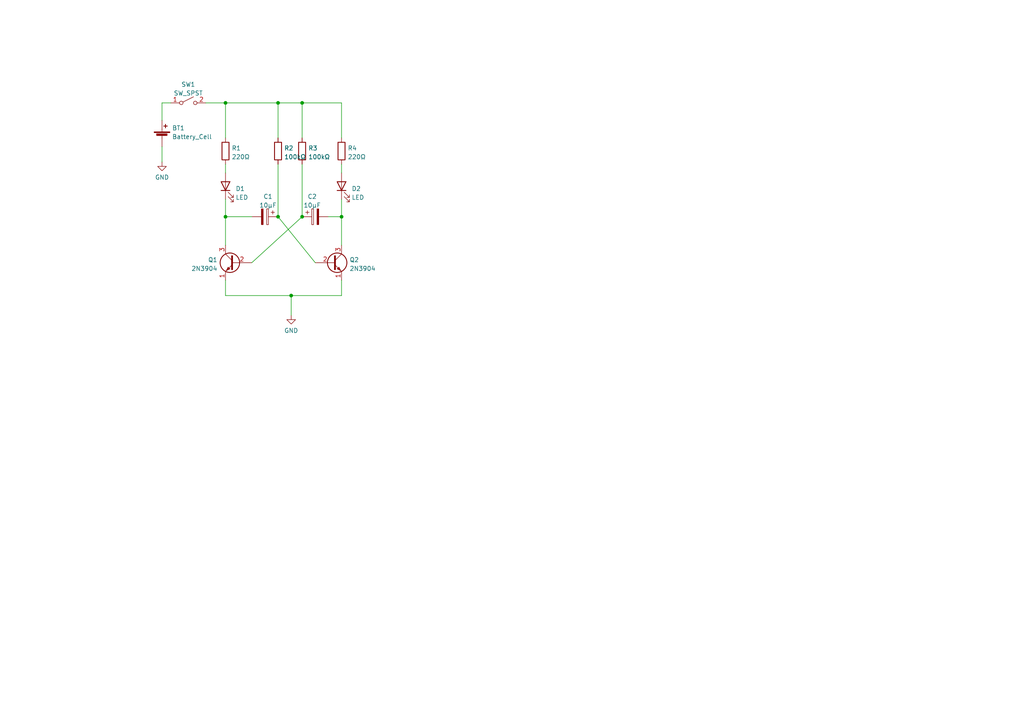
<source format=kicad_sch>
(kicad_sch (version 20211123) (generator eeschema)
  (paper "A4")
  (lib_symbols
    (symbol "Device:Battery_Cell" (pin_numbers hide) (pin_names (offset 0) hide)
      (property "Reference" "BT" (at 2.54 2.54 0))
      (property "Value" "Battery_Cell" (at 2.54 0 0))
      (symbol "Battery_Cell_0_1"
        (rectangle (start -2.286 1.778) (end 2.286 1.524) (fill (type outline)))
        (rectangle (start -1.5748 1.1938) (end 1.4732 0.6858) (fill (type outline)))
        (polyline (pts (xy 0 0.762) (xy 0 0)))
        (polyline (pts (xy 0 1.778) (xy 0 2.54)))
        (polyline (pts (xy 0.508 3.429) (xy 1.524 3.429)) (stroke (width 0.254)))
        (polyline (pts (xy 1.016 3.937) (xy 1.016 2.921)) (stroke (width 0.254)))
      )
      (symbol "Battery_Cell_1_1"
        (pin passive line (at 0 5.08 270) (length 2.54) (name "+") (number "1"))
        (pin passive line (at 0 -2.54 90) (length 2.54) (name "-") (number "2"))
      )
    )
    (symbol "Device:C_Polarized" (pin_numbers hide) (pin_names (offset 0.254))
      (property "Reference" "C" (at 0.635 2.54 0))
      (property "Value" "C_Polarized" (at 0.635 -2.54 0))
      (symbol "C_Polarized_0_1"
        (rectangle (start -2.286 0.508) (end 2.286 1.016))
        (polyline (pts (xy -1.778 2.286) (xy -0.762 2.286)))
        (polyline (pts (xy -1.27 2.794) (xy -1.27 1.778)))
        (rectangle (start 2.286 -0.508) (end -2.286 -1.016) (fill (type outline)))
      )
      (symbol "C_Polarized_1_1"
        (pin passive line (at 0 3.81 270) (length 2.794) (name "~") (number "1"))
        (pin passive line (at 0 -3.81 90) (length 2.794) (name "~") (number "2"))
      )
    )
    (symbol "Device:LED" (pin_numbers hide) (pin_names (offset 1.016) hide)
      (property "Reference" "D" (at 0 2.54 0))
      (property "Value" "LED" (at 0 -2.54 0))
      (symbol "LED_0_1"
        (polyline (pts (xy -1.27 -1.27) (xy -1.27 1.27)) (stroke (width 0.254)))
        (polyline (pts (xy -1.27 0) (xy 1.27 0)))
        (polyline (pts (xy 1.27 -1.27) (xy 1.27 1.27) (xy -1.27 0) (xy 1.27 -1.27)) (stroke (width 0.254)))
        (polyline (pts (xy -3.048 -0.762) (xy -4.572 -2.286) (xy -3.81 -2.286) (xy -4.572 -2.286) (xy -4.572 -1.524)))
        (polyline (pts (xy -1.778 -0.762) (xy -3.302 -2.286) (xy -2.54 -2.286) (xy -3.302 -2.286) (xy -3.302 -1.524)))
      )
      (symbol "LED_1_1"
        (pin passive line (at -3.81 0 0) (length 2.54) (name "K") (number "1"))
        (pin passive line (at 3.81 0 180) (length 2.54) (name "A") (number "2"))
      )
    )
    (symbol "Device:R" (pin_numbers hide) (pin_names (offset 0))
      (property "Reference" "R" (at 2.032 0 90))
      (property "Value" "R" (at 0 0 90))
      (symbol "R_0_1"
        (rectangle (start -1.016 -2.54) (end 1.016 2.54) (stroke (width 0.254)))
      )
      (symbol "R_1_1"
        (pin passive line (at 0 3.81 270) (length 1.27) (name "~") (number "1"))
        (pin passive line (at 0 -3.81 90) (length 1.27) (name "~") (number "2"))
      )
    )
    (symbol "Switch:SW_SPST" (pin_names (offset 0) hide)
      (property "Reference" "SW" (at 0 3.175 0))
      (property "Value" "SW_SPST" (at 0 -2.54 0))
      (symbol "SW_SPST_0_0"
        (circle (center -2.032 0) (radius 0.508))
        (polyline (pts (xy -1.524 0.254) (xy 1.524 1.778)))
        (circle (center 2.032 0) (radius 0.508))
      )
      (symbol "SW_SPST_1_1"
        (pin passive line (at -5.08 0 0) (length 2.54) (name "A") (number "1"))
        (pin passive line (at 5.08 0 180) (length 2.54) (name "B") (number "2"))
      )
    )
    (symbol "Transistor_BJT:2N3904" (pin_names (offset 0) hide)
      (property "Reference" "Q" (at 5.08 1.905 0))
      (property "Value" "2N3904" (at 5.08 0 0))
      (symbol "2N3904_0_1"
        (polyline (pts (xy 0.635 0.635) (xy 2.54 2.54)))
        (polyline (pts (xy 0.635 -0.635) (xy 2.54 -2.54) (xy 2.54 -2.54)))
        (polyline (pts (xy 0.635 1.905) (xy 0.635 -1.905) (xy 0.635 -1.905)) (stroke (width 0.508)))
        (polyline (pts (xy 1.27 -1.778) (xy 1.778 -1.27) (xy 2.286 -2.286) (xy 1.27 -1.778) (xy 1.27 -1.778)) (fill (type outline)))
        (circle (center 1.27 0) (radius 2.8194) (stroke (width 0.254)))
      )
      (symbol "2N3904_1_1"
        (pin passive line (at 2.54 -5.08 90) (length 2.54) (name "E") (number "1"))
        (pin passive line (at -5.08 0 0) (length 5.715) (name "B") (number "2"))
        (pin passive line (at 2.54 5.08 270) (length 2.54) (name "C") (number "3"))
      )
    )
    (symbol "power:GND" (power) (pin_names (offset 0))
      (property "Value" "GND" (at 0 -3.81 0))
      (symbol "GND_0_1"
        (polyline (pts (xy 0 0) (xy 0 -1.27) (xy 1.27 -1.27) (xy 0 -2.54) (xy -1.27 -1.27) (xy 0 -1.27)))
      )
      (symbol "GND_1_1"
        (pin power_in line (at 0 0 270) (length 0) hide (name "GND") (number "1"))
      )
    )
  )
  (junction (at 87.63 62.865))
  (junction (at 80.645 62.865))
  (junction (at 65.405 29.845))
  (junction (at 99.06 62.865))
  (junction (at 87.63 29.845))
  (junction (at 80.645 29.845))
  (junction (at 65.405 62.865))
  (junction (at 84.455 85.725))
  (wire (pts (xy 87.63 29.845) (xy 80.645 29.845)))
  (wire (pts (xy 65.405 62.865) (xy 65.405 71.12)))
  (wire (pts (xy 46.99 34.925) (xy 46.99 29.845)))
  (wire (pts (xy 65.405 47.625) (xy 65.405 50.165)))
  (wire (pts (xy 80.645 29.845) (xy 80.645 40.005)))
  (wire (pts (xy 59.69 29.845) (xy 65.405 29.845)))
  (wire (pts (xy 87.63 47.625) (xy 87.63 62.865)))
  (wire (pts (xy 65.405 29.845) (xy 65.405 40.005)))
  (wire (pts (xy 80.645 29.845) (xy 65.405 29.845)))
  (wire (pts (xy 65.405 62.865) (xy 73.025 62.865)))
  (wire (pts (xy 99.06 47.625) (xy 99.06 50.165)))
  (wire (pts (xy 46.99 46.99) (xy 46.99 42.545)))
  (wire (pts (xy 99.06 40.005) (xy 99.06 29.845)))
  (wire (pts (xy 73.025 76.2) (xy 87.63 62.865)))
  (wire (pts (xy 91.44 76.2) (xy 80.645 62.865)))
  (wire (pts (xy 46.99 29.845) (xy 49.53 29.845)))
  (wire (pts (xy 84.455 85.725) (xy 99.06 85.725)))
  (wire (pts (xy 80.645 47.625) (xy 80.645 62.865)))
  (wire (pts (xy 87.63 29.845) (xy 87.63 40.005)))
  (wire (pts (xy 99.06 85.725) (xy 99.06 81.28)))
  (wire (pts (xy 84.455 85.725) (xy 84.455 91.44)))
  (wire (pts (xy 99.06 62.865) (xy 99.06 71.12)))
  (wire (pts (xy 99.06 57.785) (xy 99.06 62.865)))
  (wire (pts (xy 65.405 81.28) (xy 65.405 85.725)))
  (wire (pts (xy 99.06 29.845) (xy 87.63 29.845)))
  (wire (pts (xy 95.25 62.865) (xy 99.06 62.865)))
  (wire (pts (xy 65.405 85.725) (xy 84.455 85.725)))
  (wire (pts (xy 65.405 57.785) (xy 65.405 62.865)))
  (symbol (lib_id "Device:C_Polarized") (at 91.44 62.865 90) (mirror x) (unit 1)
    (property "Reference" "C2" (at 90.551 57.0062 90))
    (property "Value" "10μF" (at 90.551 59.5431 90))
    (property "Footprint" "Capacitor_THT:CP_Radial_D5.0mm_P2.50mm" (effects hide))
  )
  (symbol (lib_id "power:GND") (at 84.455 91.44 0) (unit 1)
    (property "Reference" "#PWR0102" (effects hide))
    (property "Value" "GND" (at 84.455 95.8834 0))
  )
  (symbol (lib_id "Transistor_BJT:2N3904") (at 67.945 76.2 0) (mirror y) (unit 1)
    (property "Reference" "Q1" (at 63.0937 75.3653 0) (effects (justify left)))
    (property "Value" "2N3904" (at 63.0937 77.9022 0) (effects (justify left)))
    (property "Footprint" "Package_TO_SOT_THT:TO-92_Inline" (effects hide))
    (property "Datasheet" "https://www.onsemi.com/pub/Collateral/2N3903-D.PDF" (effects hide))
  )
  (symbol (lib_id "Transistor_BJT:2N3904") (at 96.52 76.2 0) (unit 1)
    (property "Reference" "Q2" (at 101.3714 75.3653 0) (effects (justify left)))
    (property "Value" "2N3904" (at 101.3714 77.9022 0) (effects (justify left)))
    (property "Footprint" "Package_TO_SOT_THT:TO-92_Inline" (effects hide))
    (property "Datasheet" "https://www.onsemi.com/pub/Collateral/2N3903-D.PDF" (effects hide))
  )
  (symbol (lib_id "Device:R") (at 99.06 43.815 0) (unit 1)
    (property "Reference" "R4" (at 100.838 42.9803 0) (effects (justify left)))
    (property "Value" "220Ω" (at 100.838 45.5172 0) (effects (justify left)))
    (property "Footprint" "Resistor_THT:R_Axial_DIN0207_L6.3mm_D2.5mm_P2.54mm_Vertical" (effects hide))
  )
  (symbol (lib_id "Device:LED") (at 65.405 53.975 90) (unit 1)
    (property "Reference" "D1" (at 68.326 54.7278 90) (effects (justify right)))
    (property "Value" "LED" (at 68.326 57.2647 90) (effects (justify right)))
    (property "Footprint" "LED_THT:LED_D5.0mm" (effects hide))
  )
  (symbol (lib_id "Switch:SW_SPST") (at 54.61 29.845 0) (unit 1)
    (property "Reference" "SW1" (at 54.61 24.4942 0))
    (property "Value" "SW_SPST" (at 54.61 27.0311 0))
    (property "Footprint" "Blinky_ZAM:SSK-1202" (effects hide))
  )
  (symbol (lib_id "Device:R") (at 65.405 43.815 0) (unit 1)
    (property "Reference" "R1" (at 67.183 42.9803 0) (effects (justify left)))
    (property "Value" "220Ω" (at 67.183 45.5172 0) (effects (justify left)))
    (property "Footprint" "Resistor_THT:R_Axial_DIN0207_L6.3mm_D2.5mm_P2.54mm_Vertical" (effects hide))
  )
  (symbol (lib_id "Device:R") (at 87.63 43.815 0) (unit 1)
    (property "Reference" "R3" (at 89.408 42.9803 0) (effects (justify left)))
    (property "Value" "100kΩ" (at 89.408 45.5172 0) (effects (justify left)))
    (property "Footprint" "Resistor_THT:R_Axial_DIN0207_L6.3mm_D2.5mm_P2.54mm_Vertical" (effects hide))
  )
  (symbol (lib_id "power:GND") (at 46.99 46.99 0) (unit 1)
    (property "Reference" "#PWR0101" (effects hide))
    (property "Value" "GND" (at 46.99 51.4334 0))
  )
  (symbol (lib_id "Device:LED") (at 99.06 53.975 90) (unit 1)
    (property "Reference" "D2" (at 101.981 54.7278 90) (effects (justify right)))
    (property "Value" "LED" (at 101.981 57.2647 90) (effects (justify right)))
    (property "Footprint" "LED_THT:LED_D5.0mm" (effects hide))
  )
  (symbol (lib_id "Device:R") (at 80.645 43.815 0) (unit 1)
    (property "Reference" "R2" (at 82.423 42.9803 0) (effects (justify left)))
    (property "Value" "100kΩ" (at 82.423 45.5172 0) (effects (justify left)))
    (property "Footprint" "Resistor_THT:R_Axial_DIN0207_L6.3mm_D2.5mm_P2.54mm_Vertical" (effects hide))
  )
  (symbol (lib_id "Device:C_Polarized") (at 76.835 62.865 270) (unit 1)
    (property "Reference" "C1" (at 77.724 57.0062 90))
    (property "Value" "10μF" (at 77.724 59.5431 90))
    (property "Footprint" "Capacitor_THT:CP_Radial_D5.0mm_P2.50mm" (effects hide))
  )
  (symbol (lib_id "Device:Battery_Cell") (at 46.99 40.005 0) (unit 1)
    (property "Reference" "BT1" (at 49.911 37.1383 0) (effects (justify left)))
    (property "Value" "Battery_Cell" (at 49.911 39.6752 0) (effects (justify left)))
    (property "Footprint" "Battery:BatteryHolder_Keystone_3000_1x12mm" (effects hide))
  )
)
</source>
